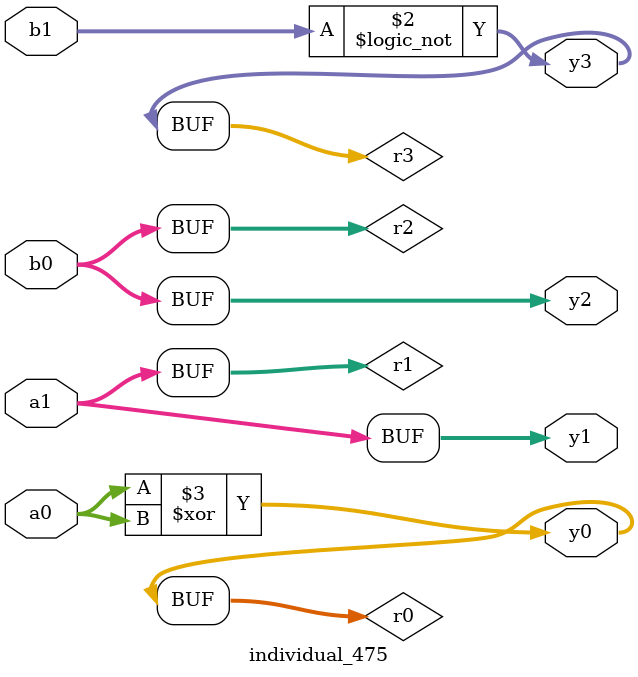
<source format=sv>
module individual_475(input logic [15:0] a1, input logic [15:0] a0, input logic [15:0] b1, input logic [15:0] b0, output logic [15:0] y3, output logic [15:0] y2, output logic [15:0] y1, output logic [15:0] y0);
logic [15:0] r0, r1, r2, r3; 
 always@(*) begin 
	 r0 = a0; r1 = a1; r2 = b0; r3 = b1; 
 	 r3 = ! b1 ;
 	 r0  ^=  a0 ;
 	 y3 = r3; y2 = r2; y1 = r1; y0 = r0; 
end
endmodule
</source>
